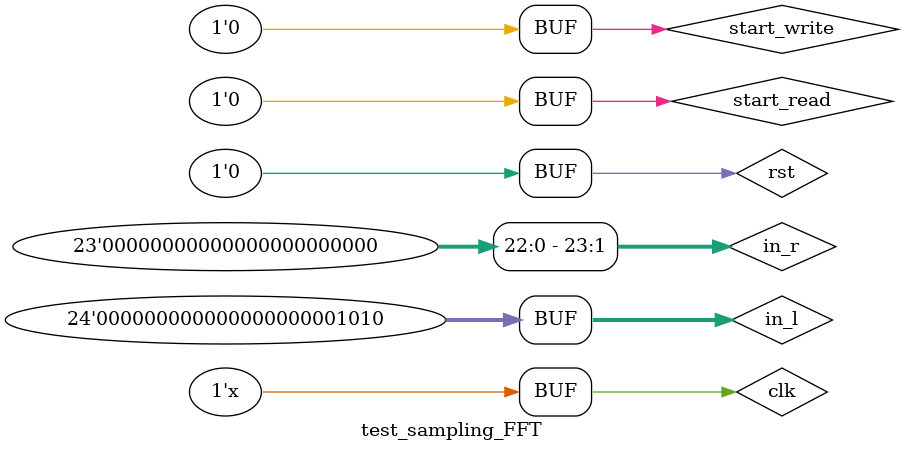
<source format=v>
`timescale 1ns / 1ps


module test_sampling_FFT;

	// Inputs
	reg clk;
	reg start_write;
	reg start_read;
	reg new_sample;
	reg rst;
	reg [23:0] in_l;
	reg [23:0] in_r;

	// Outputs
	wire [23:0] out_l;
	wire [23:0] out_r;
	wire writeComplete;
	wire [6:0] some_data;

	// Instantiate the Unit Under Test (UUT)
	audio_manip uut (
		.clk(clk), 
		.start_write(start_write), 
		.start_read(start_read), 
		.new_sample(new_sample), 
		.rst(rst), 
		.in_l(in_l), 
		.in_r(in_r), 
		.out_l(out_l), 
		.out_r(out_r), 
		.writeComplete(writeComplete), 
		.some_data(some_data)
	);
		
	always begin
			#2 clk = ~clk;
		end
	initial begin
		// Initialize Inputs
		clk = 0;
		start_write = 0;
		start_read = 0;
		new_sample = 0;
		rst = 0;
		in_l = 10;
		in_r = 0;

		// Wait 100 ns for global reset to finish
		#10;
        
		// Add stimulus here
		start_write = 1;
		
		#50;
		start_write = 0;
		#30;
		start_read = 1;
		#100;
		start_read = 0;
		
	end
	
	always @ (posedge clk)begin
		new_sample = ~new_sample;
	end
	always @ (posedge new_sample) begin
		in_r[0] = ~in_r[0];
	end
      
endmodule


</source>
